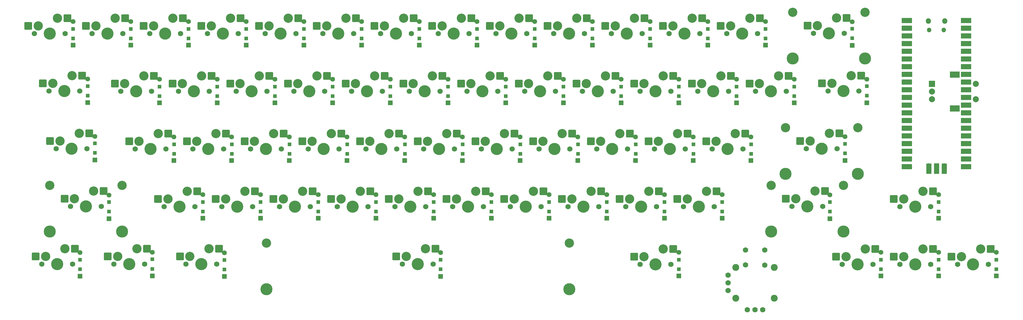
<source format=gbr>
G04 #@! TF.GenerationSoftware,KiCad,Pcbnew,7.0.6*
G04 #@! TF.CreationDate,2023-08-30T22:57:20-07:00*
G04 #@! TF.ProjectId,keyboard,6b657962-6f61-4726-942e-6b696361645f,rev?*
G04 #@! TF.SameCoordinates,Original*
G04 #@! TF.FileFunction,Soldermask,Bot*
G04 #@! TF.FilePolarity,Negative*
%FSLAX46Y46*%
G04 Gerber Fmt 4.6, Leading zero omitted, Abs format (unit mm)*
G04 Created by KiCad (PCBNEW 7.0.6) date 2023-08-30 22:57:20*
%MOMM*%
%LPD*%
G01*
G04 APERTURE LIST*
G04 Aperture macros list*
%AMRoundRect*
0 Rectangle with rounded corners*
0 $1 Rounding radius*
0 $2 $3 $4 $5 $6 $7 $8 $9 X,Y pos of 4 corners*
0 Add a 4 corners polygon primitive as box body*
4,1,4,$2,$3,$4,$5,$6,$7,$8,$9,$2,$3,0*
0 Add four circle primitives for the rounded corners*
1,1,$1+$1,$2,$3*
1,1,$1+$1,$4,$5*
1,1,$1+$1,$6,$7*
1,1,$1+$1,$8,$9*
0 Add four rect primitives between the rounded corners*
20,1,$1+$1,$2,$3,$4,$5,0*
20,1,$1+$1,$4,$5,$6,$7,0*
20,1,$1+$1,$6,$7,$8,$9,0*
20,1,$1+$1,$8,$9,$2,$3,0*%
G04 Aperture macros list end*
%ADD10O,1.800000X1.800000*%
%ADD11O,1.500000X1.500000*%
%ADD12O,1.700000X1.700000*%
%ADD13R,3.500000X1.700000*%
%ADD14R,1.700000X1.700000*%
%ADD15R,1.700000X3.500000*%
%ADD16C,1.750000*%
%ADD17C,3.050000*%
%ADD18C,4.000000*%
%ADD19RoundRect,0.250000X-1.025000X-1.000000X1.025000X-1.000000X1.025000X1.000000X-1.025000X1.000000X0*%
%ADD20R,1.600000X1.600000*%
%ADD21R,1.200000X1.200000*%
%ADD22C,1.600000*%
%ADD23C,3.048000*%
%ADD24C,3.987800*%
%ADD25C,1.778000*%
%ADD26C,2.286000*%
%ADD27R,2.000000X2.000000*%
%ADD28C,2.000000*%
%ADD29R,3.200000X2.000000*%
G04 APERTURE END LIST*
D10*
X453740420Y-165192046D03*
X459190420Y-165192046D03*
D11*
X458890420Y-168222046D03*
X454040420Y-168222046D03*
D12*
X465355420Y-165062046D03*
D13*
X466255420Y-165062046D03*
D12*
X465355420Y-167602046D03*
D13*
X466255420Y-167602046D03*
X466255420Y-170142046D03*
D14*
X465355420Y-170142046D03*
D12*
X465355420Y-172682046D03*
D13*
X466255420Y-172682046D03*
D12*
X465355420Y-175222046D03*
D13*
X466255420Y-175222046D03*
D12*
X465355420Y-177762046D03*
D13*
X466255420Y-177762046D03*
X466255420Y-180302046D03*
D12*
X465355420Y-180302046D03*
D14*
X465355420Y-182842046D03*
D13*
X466255420Y-182842046D03*
X466255420Y-185382046D03*
D12*
X465355420Y-185382046D03*
X465355420Y-187922046D03*
D13*
X466255420Y-187922046D03*
X466255420Y-190462046D03*
D12*
X465355420Y-190462046D03*
X465355420Y-193002046D03*
D13*
X466255420Y-193002046D03*
D14*
X465355420Y-195542046D03*
D13*
X466255420Y-195542046D03*
X466255420Y-198082046D03*
D12*
X465355420Y-198082046D03*
X465355420Y-200622046D03*
D13*
X466255420Y-200622046D03*
X466255420Y-203162046D03*
D12*
X465355420Y-203162046D03*
D13*
X466255420Y-205702046D03*
D12*
X465355420Y-205702046D03*
D13*
X466255420Y-208242046D03*
D14*
X465355420Y-208242046D03*
D12*
X465355420Y-210782046D03*
D13*
X466255420Y-210782046D03*
X466255420Y-213322046D03*
D12*
X465355420Y-213322046D03*
D13*
X446675420Y-213322046D03*
D12*
X447575420Y-213322046D03*
D13*
X446675420Y-210782046D03*
D12*
X447575420Y-210782046D03*
D13*
X446675420Y-208242046D03*
D14*
X447575420Y-208242046D03*
D12*
X447575420Y-205702046D03*
D13*
X446675420Y-205702046D03*
X446675420Y-203162046D03*
D12*
X447575420Y-203162046D03*
D13*
X446675420Y-200622046D03*
D12*
X447575420Y-200622046D03*
X447575420Y-198082046D03*
D13*
X446675420Y-198082046D03*
D14*
X447575420Y-195542046D03*
D13*
X446675420Y-195542046D03*
D12*
X447575420Y-193002046D03*
D13*
X446675420Y-193002046D03*
X446675420Y-190462046D03*
D12*
X447575420Y-190462046D03*
X447575420Y-187922046D03*
D13*
X446675420Y-187922046D03*
D12*
X447575420Y-185382046D03*
D13*
X446675420Y-185382046D03*
X446675420Y-182842046D03*
D14*
X447575420Y-182842046D03*
D13*
X446675420Y-180302046D03*
D12*
X447575420Y-180302046D03*
D13*
X446675420Y-177762046D03*
D12*
X447575420Y-177762046D03*
X447575420Y-175222046D03*
D13*
X446675420Y-175222046D03*
X446675420Y-172682046D03*
D12*
X447575420Y-172682046D03*
D13*
X446675420Y-170142046D03*
D14*
X447575420Y-170142046D03*
D13*
X446675420Y-167602046D03*
D12*
X447575420Y-167602046D03*
X447575420Y-165062046D03*
D13*
X446675420Y-165062046D03*
D15*
X459005420Y-213992046D03*
D12*
X459005420Y-213092046D03*
D14*
X456465420Y-213092046D03*
D15*
X456465420Y-213992046D03*
D12*
X453925420Y-213092046D03*
D15*
X453925420Y-213992046D03*
D16*
X239567590Y-226542334D03*
D17*
X240837590Y-224002334D03*
D18*
X244647590Y-226542334D03*
D17*
X247187590Y-221462334D03*
D16*
X249727590Y-226542334D03*
D19*
X237562590Y-224002334D03*
D20*
X252347590Y-230352334D03*
D21*
X252367590Y-228152334D03*
D19*
X250489590Y-221462334D03*
D22*
X252347590Y-222552334D03*
D21*
X252367590Y-225002334D03*
D23*
X406630840Y-200437334D03*
D24*
X406630840Y-215647334D03*
D23*
X430506840Y-200437334D03*
D24*
X430506840Y-215647334D03*
D16*
X277667590Y-226542334D03*
D17*
X278937590Y-224002334D03*
D18*
X282747590Y-226542334D03*
D17*
X285287590Y-221462334D03*
D16*
X287827590Y-226542334D03*
D19*
X275662590Y-224002334D03*
D20*
X290447590Y-230352334D03*
D21*
X290467590Y-228152334D03*
D19*
X288589590Y-221462334D03*
D22*
X290447590Y-222552334D03*
D21*
X290467590Y-225002334D03*
D16*
X287192590Y-207492334D03*
D17*
X288462590Y-204952334D03*
D18*
X292272590Y-207492334D03*
D17*
X294812590Y-202412334D03*
D16*
X297352590Y-207492334D03*
D19*
X285187590Y-204952334D03*
D20*
X299972590Y-211302334D03*
D21*
X299992590Y-209102334D03*
D19*
X298114590Y-202412334D03*
D22*
X299972590Y-203502334D03*
D21*
X299992590Y-205952334D03*
D16*
X177655090Y-169392334D03*
D17*
X178925090Y-166852334D03*
D18*
X182735090Y-169392334D03*
D17*
X185275090Y-164312334D03*
D16*
X187815090Y-169392334D03*
D19*
X175650090Y-166852334D03*
D20*
X190435090Y-173202334D03*
D21*
X190455090Y-171002334D03*
D19*
X188577090Y-164312334D03*
D22*
X190435090Y-165402334D03*
D21*
X190455090Y-167852334D03*
D16*
X415870090Y-169322334D03*
D17*
X417140090Y-166782334D03*
D18*
X420950090Y-169322334D03*
D17*
X423490090Y-164242334D03*
D16*
X426030090Y-169322334D03*
D19*
X413865090Y-166782334D03*
X426792090Y-164242334D03*
D16*
X191942590Y-207492334D03*
D17*
X193212590Y-204952334D03*
D18*
X197022590Y-207492334D03*
D17*
X199562590Y-202412334D03*
D16*
X202102590Y-207492334D03*
D19*
X189937590Y-204952334D03*
D20*
X204722590Y-211302334D03*
D21*
X204742590Y-209102334D03*
D19*
X202864590Y-202412334D03*
D22*
X204722590Y-203502334D03*
D21*
X204742590Y-205952334D03*
D16*
X306242590Y-207492334D03*
D17*
X307512590Y-204952334D03*
D18*
X311322590Y-207492334D03*
D17*
X313862590Y-202412334D03*
D16*
X316402590Y-207492334D03*
D19*
X304237590Y-204952334D03*
D20*
X319022590Y-211302334D03*
D21*
X319042590Y-209102334D03*
D19*
X317164590Y-202412334D03*
D22*
X319022590Y-203502334D03*
D21*
X319042590Y-205952334D03*
D16*
X320530090Y-188442334D03*
D17*
X321800090Y-185902334D03*
D18*
X325610090Y-188442334D03*
D17*
X328150090Y-183362334D03*
D16*
X330690090Y-188442334D03*
D19*
X318525090Y-185902334D03*
D20*
X333310090Y-192252334D03*
D21*
X333330090Y-190052334D03*
D19*
X331452090Y-183362334D03*
D22*
X333310090Y-184452334D03*
D21*
X333330090Y-186902334D03*
D16*
X184888840Y-245522334D03*
D17*
X186158840Y-242982334D03*
D18*
X189968840Y-245522334D03*
D17*
X192508840Y-240442334D03*
D16*
X195048840Y-245522334D03*
D19*
X182883840Y-242982334D03*
X195810840Y-240442334D03*
D25*
X393391235Y-240824521D03*
X399741235Y-240844321D03*
X393391235Y-245764521D03*
X399751235Y-245784521D03*
X394041235Y-260514521D03*
X396581235Y-260534521D03*
X399121235Y-260514521D03*
D26*
X390216235Y-246574521D03*
X390216235Y-256704521D03*
X402916235Y-256719321D03*
X402916235Y-246559321D03*
D25*
X387676235Y-249099321D03*
X387661235Y-251624521D03*
X387661235Y-254164521D03*
D16*
X444355090Y-245592334D03*
D17*
X445625090Y-243052334D03*
D18*
X449435090Y-245592334D03*
D17*
X451975090Y-240512334D03*
D16*
X454515090Y-245592334D03*
D19*
X442350090Y-243052334D03*
D20*
X457135090Y-249402334D03*
D21*
X457155090Y-247202334D03*
D19*
X455277090Y-240512334D03*
D22*
X457135090Y-241602334D03*
D21*
X457155090Y-244052334D03*
D16*
X463405090Y-245592334D03*
D17*
X464675090Y-243052334D03*
D18*
X468485090Y-245592334D03*
D17*
X471025090Y-240512334D03*
D16*
X473565090Y-245592334D03*
D19*
X461400090Y-243052334D03*
D20*
X476185090Y-249402334D03*
D21*
X476205090Y-247202334D03*
D19*
X474327090Y-240512334D03*
D22*
X476185090Y-241602334D03*
D21*
X476205090Y-244052334D03*
D16*
X165838840Y-207422334D03*
D17*
X167108840Y-204882334D03*
D18*
X170918840Y-207422334D03*
D17*
X173458840Y-202342334D03*
D16*
X175998840Y-207422334D03*
D19*
X163833840Y-204882334D03*
X176760840Y-202342334D03*
D23*
X235237077Y-238537033D03*
D24*
X235237077Y-253747033D03*
D23*
X335237077Y-238537033D03*
D24*
X335237077Y-253747033D03*
D16*
X387205090Y-169392334D03*
D17*
X388475090Y-166852334D03*
D18*
X392285090Y-169392334D03*
D17*
X394825090Y-164312334D03*
D16*
X397365090Y-169392334D03*
D19*
X385200090Y-166852334D03*
D20*
X399985090Y-173202334D03*
D21*
X400005090Y-171002334D03*
D19*
X398127090Y-164312334D03*
D22*
X399985090Y-165402334D03*
D21*
X400005090Y-167852334D03*
D16*
X208701340Y-245522334D03*
D17*
X209971340Y-242982334D03*
D18*
X213781340Y-245522334D03*
D17*
X216321340Y-240442334D03*
D16*
X218861340Y-245522334D03*
D19*
X206696340Y-242982334D03*
X219623340Y-240442334D03*
D16*
X315767590Y-226542334D03*
D17*
X317037590Y-224002334D03*
D18*
X320847590Y-226542334D03*
D17*
X323387590Y-221462334D03*
D16*
X325927590Y-226542334D03*
D19*
X313762590Y-224002334D03*
D20*
X328547590Y-230352334D03*
D21*
X328567590Y-228152334D03*
D19*
X326689590Y-221462334D03*
D22*
X328547590Y-222552334D03*
D21*
X328567590Y-225002334D03*
D16*
X413488840Y-207422334D03*
D17*
X414758840Y-204882334D03*
D18*
X418568840Y-207422334D03*
D17*
X421108840Y-202342334D03*
D16*
X423648840Y-207422334D03*
D19*
X411483840Y-204882334D03*
X424410840Y-202342334D03*
D16*
X408726340Y-226472334D03*
D17*
X409996340Y-223932334D03*
D18*
X413806340Y-226472334D03*
D17*
X416346340Y-221392334D03*
D16*
X418886340Y-226472334D03*
D19*
X406721340Y-223932334D03*
X419648340Y-221392334D03*
D16*
X280138840Y-245522334D03*
D17*
X281408840Y-242982334D03*
D18*
X285218840Y-245522334D03*
D17*
X287758840Y-240442334D03*
D16*
X290298840Y-245522334D03*
D19*
X278133840Y-242982334D03*
X291060840Y-240442334D03*
D16*
X253855090Y-169392334D03*
D17*
X255125090Y-166852334D03*
D18*
X258935090Y-169392334D03*
D17*
X261475090Y-164312334D03*
D16*
X264015090Y-169392334D03*
D19*
X251850090Y-166852334D03*
D20*
X266635090Y-173202334D03*
D21*
X266655090Y-171002334D03*
D19*
X264777090Y-164312334D03*
D22*
X266635090Y-165402334D03*
D21*
X266655090Y-167852334D03*
D16*
X220517590Y-226542334D03*
D17*
X221787590Y-224002334D03*
D18*
X225597590Y-226542334D03*
D17*
X228137590Y-221462334D03*
D16*
X230677590Y-226542334D03*
D19*
X218512590Y-224002334D03*
D20*
X233297590Y-230352334D03*
D21*
X233317590Y-228152334D03*
D19*
X231439590Y-221462334D03*
D22*
X233297590Y-222552334D03*
D21*
X233317590Y-225002334D03*
D16*
X353867590Y-226542334D03*
D17*
X355137590Y-224002334D03*
D18*
X358947590Y-226542334D03*
D17*
X361487590Y-221462334D03*
D16*
X364027590Y-226542334D03*
D19*
X351862590Y-224002334D03*
D20*
X366647590Y-230352334D03*
D21*
X366667590Y-228152334D03*
D19*
X364789590Y-221462334D03*
D22*
X366647590Y-222552334D03*
D21*
X366667590Y-225002334D03*
D16*
X215755090Y-169392334D03*
D17*
X217025090Y-166852334D03*
D18*
X220835090Y-169392334D03*
D17*
X223375090Y-164312334D03*
D16*
X225915090Y-169392334D03*
D19*
X213750090Y-166852334D03*
D20*
X228535090Y-173202334D03*
D21*
X228555090Y-171002334D03*
D19*
X226677090Y-164312334D03*
D22*
X228535090Y-165402334D03*
D21*
X228555090Y-167852334D03*
D23*
X409012090Y-162337334D03*
D24*
X409012090Y-177547334D03*
D23*
X432888090Y-162337334D03*
D24*
X432888090Y-177547334D03*
D16*
X272905090Y-169392334D03*
D17*
X274175090Y-166852334D03*
D18*
X277985090Y-169392334D03*
D17*
X280525090Y-164312334D03*
D16*
X283065090Y-169392334D03*
D19*
X270900090Y-166852334D03*
D20*
X285685090Y-173202334D03*
D21*
X285705090Y-171002334D03*
D19*
X283827090Y-164312334D03*
D22*
X285685090Y-165402334D03*
D21*
X285705090Y-167852334D03*
D16*
X163457590Y-188372334D03*
D17*
X164727590Y-185832334D03*
D18*
X168537590Y-188372334D03*
D17*
X171077590Y-183292334D03*
D16*
X173617590Y-188372334D03*
D19*
X161452590Y-185832334D03*
X174379590Y-183292334D03*
D16*
X296717590Y-226542334D03*
D17*
X297987590Y-224002334D03*
D18*
X301797590Y-226542334D03*
D17*
X304337590Y-221462334D03*
D16*
X306877590Y-226542334D03*
D19*
X294712590Y-224002334D03*
D20*
X309497590Y-230352334D03*
D21*
X309517590Y-228152334D03*
D19*
X307639590Y-221462334D03*
D22*
X309497590Y-222552334D03*
D21*
X309517590Y-225002334D03*
D16*
X358630090Y-245592334D03*
D17*
X359900090Y-243052334D03*
D18*
X363710090Y-245592334D03*
D17*
X366250090Y-240512334D03*
D16*
X368790090Y-245592334D03*
D19*
X356625090Y-243052334D03*
D20*
X371410090Y-249402334D03*
D21*
X371430090Y-247202334D03*
D19*
X369552090Y-240512334D03*
D22*
X371410090Y-241602334D03*
D21*
X371430090Y-244052334D03*
D16*
X382442590Y-207492334D03*
D17*
X383712590Y-204952334D03*
D18*
X387522590Y-207492334D03*
D17*
X390062590Y-202412334D03*
D16*
X392602590Y-207492334D03*
D19*
X380437590Y-204952334D03*
D20*
X395222590Y-211302334D03*
D21*
X395242590Y-209102334D03*
D19*
X393364590Y-202412334D03*
D22*
X395222590Y-203502334D03*
D21*
X395242590Y-205952334D03*
D16*
X334817590Y-226542334D03*
D17*
X336087590Y-224002334D03*
D18*
X339897590Y-226542334D03*
D17*
X342437590Y-221462334D03*
D16*
X344977590Y-226542334D03*
D19*
X332812590Y-224002334D03*
D20*
X347597590Y-230352334D03*
D21*
X347617590Y-228152334D03*
D19*
X345739590Y-221462334D03*
D22*
X347597590Y-222552334D03*
D21*
X347617590Y-225002334D03*
D16*
X258617590Y-226542334D03*
D17*
X259887590Y-224002334D03*
D18*
X263697590Y-226542334D03*
D17*
X266237590Y-221462334D03*
D16*
X268777590Y-226542334D03*
D19*
X256612590Y-224002334D03*
D20*
X271397590Y-230352334D03*
D21*
X271417590Y-228152334D03*
D19*
X269539590Y-221462334D03*
D22*
X271397590Y-222552334D03*
D21*
X271417590Y-225002334D03*
D16*
X444355090Y-226542334D03*
D17*
X445625090Y-224002334D03*
D18*
X449435090Y-226542334D03*
D17*
X451975090Y-221462334D03*
D16*
X454515090Y-226542334D03*
D19*
X442350090Y-224002334D03*
D20*
X457135090Y-230352334D03*
D21*
X457155090Y-228152334D03*
D19*
X455277090Y-221462334D03*
D22*
X457135090Y-222552334D03*
D21*
X457155090Y-225002334D03*
D16*
X311005090Y-169392334D03*
D17*
X312275090Y-166852334D03*
D18*
X316085090Y-169392334D03*
D17*
X318625090Y-164312334D03*
D16*
X321165090Y-169392334D03*
D19*
X309000090Y-166852334D03*
D20*
X323785090Y-173202334D03*
D21*
X323805090Y-171002334D03*
D19*
X321927090Y-164312334D03*
D22*
X323785090Y-165402334D03*
D21*
X323805090Y-167852334D03*
D16*
X161076340Y-245522334D03*
D17*
X162346340Y-242982334D03*
D18*
X166156340Y-245522334D03*
D17*
X168696340Y-240442334D03*
D16*
X171236340Y-245522334D03*
D19*
X159071340Y-242982334D03*
X171998340Y-240442334D03*
D16*
X158605090Y-169392334D03*
D17*
X159875090Y-166852334D03*
D18*
X163685090Y-169392334D03*
D17*
X166225090Y-164312334D03*
D16*
X168765090Y-169392334D03*
D19*
X156600090Y-166852334D03*
D20*
X171385090Y-173202334D03*
D21*
X171405090Y-171002334D03*
D19*
X169527090Y-164312334D03*
D22*
X171385090Y-165402334D03*
D21*
X171405090Y-167852334D03*
D27*
X454961348Y-186000862D03*
D28*
X454961348Y-191000862D03*
X454961348Y-188500862D03*
D29*
X462461348Y-182900862D03*
X462461348Y-194100862D03*
D28*
X469461348Y-191000862D03*
X469461348Y-186000862D03*
D16*
X244330090Y-188442334D03*
D17*
X245600090Y-185902334D03*
D18*
X249410090Y-188442334D03*
D17*
X251950090Y-183362334D03*
D16*
X254490090Y-188442334D03*
D19*
X242325090Y-185902334D03*
D20*
X257110090Y-192252334D03*
D21*
X257130090Y-190052334D03*
D19*
X255252090Y-183362334D03*
D22*
X257110090Y-184452334D03*
D21*
X257130090Y-186902334D03*
D16*
X358630090Y-188442334D03*
D17*
X359900090Y-185902334D03*
D18*
X363710090Y-188442334D03*
D17*
X366250090Y-183362334D03*
D16*
X368790090Y-188442334D03*
D19*
X356625090Y-185902334D03*
D20*
X371410090Y-192252334D03*
D21*
X371430090Y-190052334D03*
D19*
X369552090Y-183362334D03*
D22*
X371410090Y-184452334D03*
D21*
X371430090Y-186902334D03*
D16*
X206230090Y-188442334D03*
D17*
X207500090Y-185902334D03*
D18*
X211310090Y-188442334D03*
D17*
X213850090Y-183362334D03*
D16*
X216390090Y-188442334D03*
D19*
X204225090Y-185902334D03*
D20*
X219010090Y-192252334D03*
D21*
X219030090Y-190052334D03*
D19*
X217152090Y-183362334D03*
D22*
X219010090Y-184452334D03*
D21*
X219030090Y-186902334D03*
D16*
X282430090Y-188442334D03*
D17*
X283700090Y-185902334D03*
D18*
X287510090Y-188442334D03*
D17*
X290050090Y-183362334D03*
D16*
X292590090Y-188442334D03*
D19*
X280425090Y-185902334D03*
D20*
X295210090Y-192252334D03*
D21*
X295230090Y-190052334D03*
D19*
X293352090Y-183362334D03*
D22*
X295210090Y-184452334D03*
D21*
X295230090Y-186902334D03*
D16*
X325292590Y-207492334D03*
D17*
X326562590Y-204952334D03*
D18*
X330372590Y-207492334D03*
D17*
X332912590Y-202412334D03*
D16*
X335452590Y-207492334D03*
D19*
X323287590Y-204952334D03*
D20*
X338072590Y-211302334D03*
D21*
X338092590Y-209102334D03*
D19*
X336214590Y-202412334D03*
D22*
X338072590Y-203502334D03*
D21*
X338092590Y-205952334D03*
D16*
X349105090Y-169392334D03*
D17*
X350375090Y-166852334D03*
D18*
X354185090Y-169392334D03*
D17*
X356725090Y-164312334D03*
D16*
X359265090Y-169392334D03*
D19*
X347100090Y-166852334D03*
D20*
X361885090Y-173202334D03*
D21*
X361905090Y-171002334D03*
D19*
X360027090Y-164312334D03*
D22*
X361885090Y-165402334D03*
D21*
X361905090Y-167852334D03*
D16*
X268142590Y-207492334D03*
D17*
X269412590Y-204952334D03*
D18*
X273222590Y-207492334D03*
D17*
X275762590Y-202412334D03*
D16*
X278302590Y-207492334D03*
D19*
X266137590Y-204952334D03*
D20*
X280922590Y-211302334D03*
D21*
X280942590Y-209102334D03*
D19*
X279064590Y-202412334D03*
D22*
X280922590Y-203502334D03*
D21*
X280942590Y-205952334D03*
D16*
X344342590Y-207492334D03*
D17*
X345612590Y-204952334D03*
D18*
X349422590Y-207492334D03*
D17*
X351962590Y-202412334D03*
D16*
X354502590Y-207492334D03*
D19*
X342337590Y-204952334D03*
D20*
X357122590Y-211302334D03*
D21*
X357142590Y-209102334D03*
D19*
X355264590Y-202412334D03*
D22*
X357122590Y-203502334D03*
D21*
X357142590Y-205952334D03*
D16*
X201467590Y-226542334D03*
D17*
X202737590Y-224002334D03*
D18*
X206547590Y-226542334D03*
D17*
X209087590Y-221462334D03*
D16*
X211627590Y-226542334D03*
D19*
X199462590Y-224002334D03*
D20*
X214247590Y-230352334D03*
D21*
X214267590Y-228152334D03*
D19*
X212389590Y-221462334D03*
D22*
X214247590Y-222552334D03*
D21*
X214267590Y-225002334D03*
D16*
X330055090Y-169392334D03*
D17*
X331325090Y-166852334D03*
D18*
X335135090Y-169392334D03*
D17*
X337675090Y-164312334D03*
D16*
X340215090Y-169392334D03*
D19*
X328050090Y-166852334D03*
D20*
X342835090Y-173202334D03*
D21*
X342855090Y-171002334D03*
D19*
X340977090Y-164312334D03*
D22*
X342835090Y-165402334D03*
D21*
X342855090Y-167852334D03*
D16*
X234805090Y-169392334D03*
D17*
X236075090Y-166852334D03*
D18*
X239885090Y-169392334D03*
D17*
X242425090Y-164312334D03*
D16*
X244965090Y-169392334D03*
D19*
X232800090Y-166852334D03*
D20*
X247585090Y-173202334D03*
D21*
X247605090Y-171002334D03*
D19*
X245727090Y-164312334D03*
D22*
X247585090Y-165402334D03*
D21*
X247605090Y-167852334D03*
D23*
X163743340Y-219487334D03*
D24*
X163743340Y-234697334D03*
D23*
X187619340Y-219487334D03*
D24*
X187619340Y-234697334D03*
D16*
X372917590Y-226542334D03*
D17*
X374187590Y-224002334D03*
D18*
X377997590Y-226542334D03*
D17*
X380537590Y-221462334D03*
D16*
X383077590Y-226542334D03*
D19*
X370912590Y-224002334D03*
D20*
X385697590Y-230352334D03*
D21*
X385717590Y-228152334D03*
D19*
X383839590Y-221462334D03*
D22*
X385697590Y-222552334D03*
D21*
X385717590Y-225002334D03*
D16*
X210992590Y-207492334D03*
D17*
X212262590Y-204952334D03*
D18*
X216072590Y-207492334D03*
D17*
X218612590Y-202412334D03*
D16*
X221152590Y-207492334D03*
D19*
X208987590Y-204952334D03*
D20*
X223772590Y-211302334D03*
D21*
X223792590Y-209102334D03*
D19*
X221914590Y-202412334D03*
D22*
X223772590Y-203502334D03*
D21*
X223792590Y-205952334D03*
D16*
X339580090Y-188442334D03*
D17*
X340850090Y-185902334D03*
D18*
X344660090Y-188442334D03*
D17*
X347200090Y-183362334D03*
D16*
X349740090Y-188442334D03*
D19*
X337575090Y-185902334D03*
D20*
X352360090Y-192252334D03*
D21*
X352380090Y-190052334D03*
D19*
X350502090Y-183362334D03*
D22*
X352360090Y-184452334D03*
D21*
X352380090Y-186902334D03*
D16*
X249092590Y-207492334D03*
D17*
X250362590Y-204952334D03*
D18*
X254172590Y-207492334D03*
D17*
X256712590Y-202412334D03*
D16*
X259252590Y-207492334D03*
D19*
X247087590Y-204952334D03*
D20*
X261872590Y-211302334D03*
D21*
X261892590Y-209102334D03*
D19*
X260014590Y-202412334D03*
D22*
X261872590Y-203502334D03*
D21*
X261892590Y-205952334D03*
D16*
X377680090Y-188442334D03*
D17*
X378950090Y-185902334D03*
D18*
X382760090Y-188442334D03*
D17*
X385300090Y-183362334D03*
D16*
X387840090Y-188442334D03*
D19*
X375675090Y-185902334D03*
D20*
X390460090Y-192252334D03*
D21*
X390480090Y-190052334D03*
D19*
X388602090Y-183362334D03*
D22*
X390460090Y-184452334D03*
D21*
X390480090Y-186902334D03*
D16*
X425305090Y-245592334D03*
D17*
X426575090Y-243052334D03*
D18*
X430385090Y-245592334D03*
D17*
X432925090Y-240512334D03*
D16*
X435465090Y-245592334D03*
D19*
X423300090Y-243052334D03*
D20*
X438085090Y-249402334D03*
D21*
X438105090Y-247202334D03*
D19*
X436227090Y-240512334D03*
D22*
X438085090Y-241602334D03*
D21*
X438105090Y-244052334D03*
D16*
X170601340Y-226472334D03*
D17*
X171871340Y-223932334D03*
D18*
X175681340Y-226472334D03*
D17*
X178221340Y-221392334D03*
D16*
X180761340Y-226472334D03*
D19*
X168596340Y-223932334D03*
X181523340Y-221392334D03*
D16*
X420632590Y-188372334D03*
D17*
X421902590Y-185832334D03*
D18*
X425712590Y-188372334D03*
D17*
X428252590Y-183292334D03*
D16*
X430792590Y-188372334D03*
D19*
X418627590Y-185832334D03*
X431554590Y-183292334D03*
D16*
X301480090Y-188442334D03*
D17*
X302750090Y-185902334D03*
D18*
X306560090Y-188442334D03*
D17*
X309100090Y-183362334D03*
D16*
X311640090Y-188442334D03*
D19*
X299475090Y-185902334D03*
D20*
X314260090Y-192252334D03*
D21*
X314280090Y-190052334D03*
D19*
X312402090Y-183362334D03*
D22*
X314260090Y-184452334D03*
D21*
X314280090Y-186902334D03*
D16*
X187180090Y-188442334D03*
D17*
X188450090Y-185902334D03*
D18*
X192260090Y-188442334D03*
D17*
X194800090Y-183362334D03*
D16*
X197340090Y-188442334D03*
D19*
X185175090Y-185902334D03*
D20*
X199960090Y-192252334D03*
D21*
X199980090Y-190052334D03*
D19*
X198102090Y-183362334D03*
D22*
X199960090Y-184452334D03*
D21*
X199980090Y-186902334D03*
D16*
X363392590Y-207492334D03*
D17*
X364662590Y-204952334D03*
D18*
X368472590Y-207492334D03*
D17*
X371012590Y-202412334D03*
D16*
X373552590Y-207492334D03*
D19*
X361387590Y-204952334D03*
D20*
X376172590Y-211302334D03*
D21*
X376192590Y-209102334D03*
D19*
X374314590Y-202412334D03*
D22*
X376172590Y-203502334D03*
D21*
X376192590Y-205952334D03*
D16*
X225280090Y-188442334D03*
D17*
X226550090Y-185902334D03*
D18*
X230360090Y-188442334D03*
D17*
X232900090Y-183362334D03*
D16*
X235440090Y-188442334D03*
D19*
X223275090Y-185902334D03*
D20*
X238060090Y-192252334D03*
D21*
X238080090Y-190052334D03*
D19*
X236202090Y-183362334D03*
D22*
X238060090Y-184452334D03*
D21*
X238080090Y-186902334D03*
D16*
X291955090Y-169392334D03*
D17*
X293225090Y-166852334D03*
D18*
X297035090Y-169392334D03*
D17*
X299575090Y-164312334D03*
D16*
X302115090Y-169392334D03*
D19*
X289950090Y-166852334D03*
D20*
X304735090Y-173202334D03*
D21*
X304755090Y-171002334D03*
D19*
X302877090Y-164312334D03*
D22*
X304735090Y-165402334D03*
D21*
X304755090Y-167852334D03*
D16*
X196705090Y-169392334D03*
D17*
X197975090Y-166852334D03*
D18*
X201785090Y-169392334D03*
D17*
X204325090Y-164312334D03*
D16*
X206865090Y-169392334D03*
D19*
X194700090Y-166852334D03*
D20*
X209485090Y-173202334D03*
D21*
X209505090Y-171002334D03*
D19*
X207627090Y-164312334D03*
D22*
X209485090Y-165402334D03*
D21*
X209505090Y-167852334D03*
D16*
X230042590Y-207492334D03*
D17*
X231312590Y-204952334D03*
D18*
X235122590Y-207492334D03*
D17*
X237662590Y-202412334D03*
D16*
X240202590Y-207492334D03*
D19*
X228037590Y-204952334D03*
D20*
X242822590Y-211302334D03*
D21*
X242842590Y-209102334D03*
D19*
X240964590Y-202412334D03*
D22*
X242822590Y-203502334D03*
D21*
X242842590Y-205952334D03*
D16*
X396730090Y-188442334D03*
D17*
X398000090Y-185902334D03*
D18*
X401810090Y-188442334D03*
D17*
X404350090Y-183362334D03*
D16*
X406890090Y-188442334D03*
D19*
X394725090Y-185902334D03*
D20*
X409510090Y-192252334D03*
D21*
X409530090Y-190052334D03*
D19*
X407652090Y-183362334D03*
D22*
X409510090Y-184452334D03*
D21*
X409530090Y-186902334D03*
D16*
X263380090Y-188442334D03*
D17*
X264650090Y-185902334D03*
D18*
X268460090Y-188442334D03*
D17*
X271000090Y-183362334D03*
D16*
X273540090Y-188442334D03*
D19*
X261375090Y-185902334D03*
D20*
X276160090Y-192252334D03*
D21*
X276180090Y-190052334D03*
D19*
X274302090Y-183362334D03*
D22*
X276160090Y-184452334D03*
D21*
X276180090Y-186902334D03*
D16*
X368155090Y-169392334D03*
D17*
X369425090Y-166852334D03*
D18*
X373235090Y-169392334D03*
D17*
X375775090Y-164312334D03*
D16*
X378315090Y-169392334D03*
D19*
X366150090Y-166852334D03*
D20*
X380935090Y-173202334D03*
D21*
X380955090Y-171002334D03*
D19*
X379077090Y-164312334D03*
D22*
X380935090Y-165402334D03*
D21*
X380955090Y-167852334D03*
D23*
X401868340Y-219487334D03*
D24*
X401868340Y-234697334D03*
D23*
X425744340Y-219487334D03*
D24*
X425744340Y-234697334D03*
D20*
X428622763Y-173239635D03*
D21*
X428622763Y-170914635D03*
X428622763Y-167764635D03*
D22*
X428622763Y-165439635D03*
D20*
X433428817Y-192219003D03*
D21*
X433428817Y-189894003D03*
X433428817Y-186744003D03*
D22*
X433428817Y-184419003D03*
D20*
X197534122Y-249389286D03*
D21*
X197534122Y-247064286D03*
X197534122Y-243914286D03*
D22*
X197534122Y-241589286D03*
D20*
X183298640Y-230471413D03*
D21*
X183298640Y-228146413D03*
X183298640Y-224996413D03*
D22*
X183298640Y-222671413D03*
D20*
X421229467Y-230457573D03*
D21*
X421229467Y-228132573D03*
X421229467Y-224982573D03*
D22*
X421229467Y-222657573D03*
D20*
X173734708Y-249487226D03*
D21*
X173734708Y-247162226D03*
X173734708Y-244012226D03*
D22*
X173734708Y-241687226D03*
D20*
X176274940Y-192176878D03*
D21*
X176274940Y-189851878D03*
X176274940Y-186701878D03*
D22*
X176274940Y-184376878D03*
D20*
X292759326Y-249511273D03*
D21*
X292759326Y-247186273D03*
X292759326Y-244036273D03*
D22*
X292759326Y-241711273D03*
D20*
X178632497Y-211093286D03*
D21*
X178632497Y-208768286D03*
X178632497Y-205618286D03*
D22*
X178632497Y-203293286D03*
D20*
X426248888Y-211242680D03*
D21*
X426248888Y-208917680D03*
X426248888Y-205767680D03*
D22*
X426248888Y-203442680D03*
D20*
X221333537Y-249578170D03*
D21*
X221333537Y-247253170D03*
X221333537Y-244103170D03*
D22*
X221333537Y-241778170D03*
M02*

</source>
